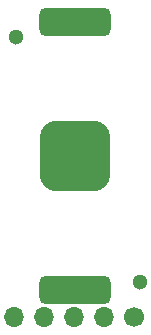
<source format=gbr>
%TF.GenerationSoftware,KiCad,Pcbnew,7.0.6*%
%TF.CreationDate,2023-07-24T21:53:20+02:00*%
%TF.ProjectId,beacon,62656163-6f6e-42e6-9b69-6361645f7063,rev?*%
%TF.SameCoordinates,Original*%
%TF.FileFunction,Soldermask,Bot*%
%TF.FilePolarity,Negative*%
%FSLAX46Y46*%
G04 Gerber Fmt 4.6, Leading zero omitted, Abs format (unit mm)*
G04 Created by KiCad (PCBNEW 7.0.6) date 2023-07-24 21:53:20*
%MOMM*%
%LPD*%
G01*
G04 APERTURE LIST*
G04 Aperture macros list*
%AMRoundRect*
0 Rectangle with rounded corners*
0 $1 Rounding radius*
0 $2 $3 $4 $5 $6 $7 $8 $9 X,Y pos of 4 corners*
0 Add a 4 corners polygon primitive as box body*
4,1,4,$2,$3,$4,$5,$6,$7,$8,$9,$2,$3,0*
0 Add four circle primitives for the rounded corners*
1,1,$1+$1,$2,$3*
1,1,$1+$1,$4,$5*
1,1,$1+$1,$6,$7*
1,1,$1+$1,$8,$9*
0 Add four rect primitives between the rounded corners*
20,1,$1+$1,$2,$3,$4,$5,0*
20,1,$1+$1,$4,$5,$6,$7,0*
20,1,$1+$1,$6,$7,$8,$9,0*
20,1,$1+$1,$8,$9,$2,$3,0*%
G04 Aperture macros list end*
%ADD10C,1.300000*%
%ADD11C,1.700000*%
%ADD12O,1.700000X1.700000*%
%ADD13RoundRect,0.600000X-2.450000X0.600000X-2.450000X-0.600000X2.450000X-0.600000X2.450000X0.600000X0*%
%ADD14RoundRect,1.500000X-1.500000X1.500000X-1.500000X-1.500000X1.500000X-1.500000X1.500000X1.500000X0*%
G04 APERTURE END LIST*
D10*
%TO.C,H2*%
X13000000Y3800000D03*
%TD*%
D11*
%TO.C,J1*%
X12500000Y875000D03*
D12*
X9960000Y875000D03*
X7420000Y875000D03*
X4880000Y875000D03*
X2340000Y875000D03*
%TD*%
D10*
%TO.C,H1*%
X2500000Y24600000D03*
%TD*%
D13*
%TO.C,BT1*%
X7500000Y25850000D03*
X7500000Y3150000D03*
D14*
X7500000Y14500000D03*
%TD*%
M02*

</source>
